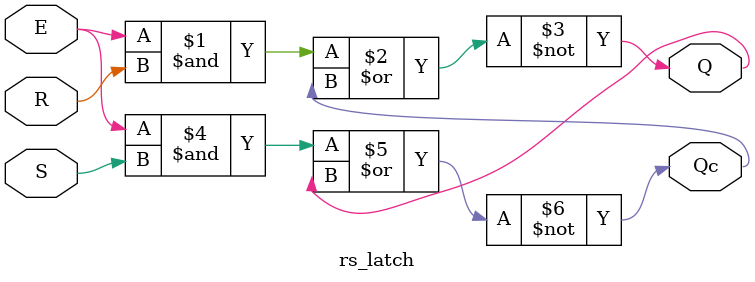
<source format=v>
`timescale 1ns / 1ps

module rs_latch(
  input E, 
  input R, 
  input S,
  output Q, 
  output Qc
  );
  
  assign Q = ~((E & R) | Qc);
  assign Qc = ~((E & S) | Q);
endmodule
</source>
